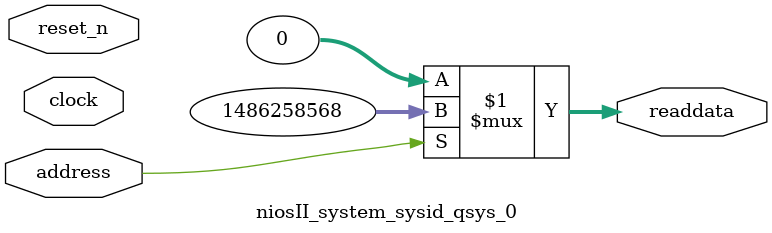
<source format=v>

`timescale 1ns / 1ps
// synthesis translate_on

// turn off superfluous verilog processor warnings 
// altera message_level Level1 
// altera message_off 10034 10035 10036 10037 10230 10240 10030 

module niosII_system_sysid_qsys_0 (
               // inputs:
                address,
                clock,
                reset_n,

               // outputs:
                readdata
             )
;

  output  [ 31: 0] readdata;
  input            address;
  input            clock;
  input            reset_n;

  wire    [ 31: 0] readdata;
  //control_slave, which is an e_avalon_slave
  assign readdata = address ? 1486258568 : 0;

endmodule




</source>
